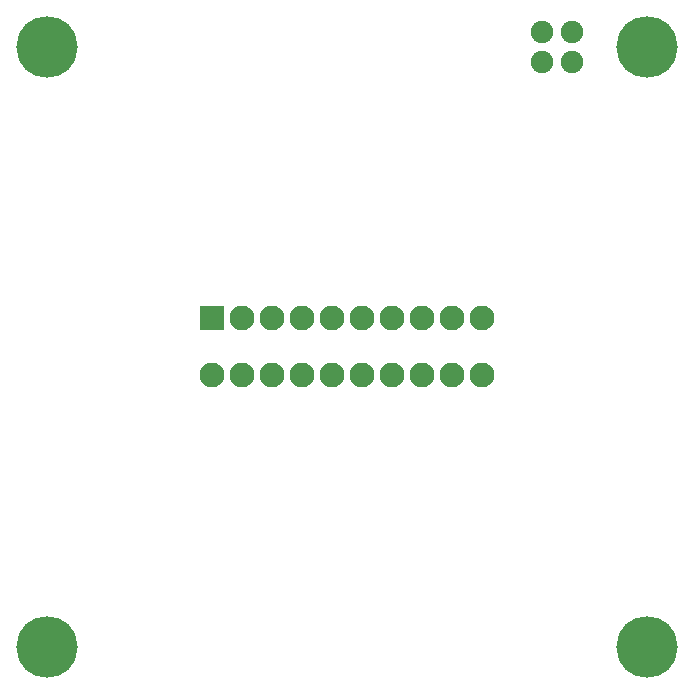
<source format=gbs>
G04 Layer: BottomSolderMaskLayer*
G04 EasyEDA v6.5.34, 2023-08-21 18:11:39*
G04 c46f0082a94245e39cc9accd834b7a4f,5a6b42c53f6a479593ecc07194224c93,10*
G04 Gerber Generator version 0.2*
G04 Scale: 100 percent, Rotated: No, Reflected: No *
G04 Dimensions in millimeters *
G04 leading zeros omitted , absolute positions ,4 integer and 5 decimal *
%FSLAX45Y45*%
%MOMM*%

%AMMACRO1*1,1,$1,$2,$3*1,1,$1,$4,$5*1,1,$1,0-$2,0-$3*1,1,$1,0-$4,0-$5*20,1,$1,$2,$3,$4,$5,0*20,1,$1,$4,$5,0-$2,0-$3,0*20,1,$1,0-$2,0-$3,0-$4,0-$5,0*20,1,$1,0-$4,0-$5,$2,$3,0*4,1,4,$2,$3,$4,$5,0-$2,0-$3,0-$4,0-$5,$2,$3,0*%
%ADD10C,2.1016*%
%ADD11MACRO1,0.1016X-1X1X1X1*%
%ADD12C,5.2032*%
%ADD13C,1.9016*%

%LPD*%
D10*
G01*
X4063992Y2678422D03*
G01*
X4063992Y3163562D03*
G01*
X3809992Y2678422D03*
G01*
X3809992Y3163562D03*
G01*
X3555992Y2678422D03*
G01*
X3555992Y3163562D03*
G01*
X3301992Y2678422D03*
G01*
X3301992Y3163562D03*
G01*
X3047992Y2678422D03*
G01*
X3047992Y3163562D03*
G01*
X2793992Y2678422D03*
G01*
X2793992Y3163562D03*
G01*
X2539992Y2678422D03*
G01*
X2539992Y3163562D03*
G01*
X2285992Y2678422D03*
G01*
X2285992Y3163562D03*
G01*
X2031992Y2678422D03*
G01*
X2031992Y3163562D03*
G01*
X1777992Y2678422D03*
D11*
G01*
X1777994Y3163564D03*
D12*
G01*
X380992Y5460992D03*
G01*
X380992Y380992D03*
G01*
X5460992Y380992D03*
G01*
X5460992Y5460992D03*
D13*
G01*
X4571992Y5587992D03*
G01*
X4571992Y5333992D03*
G01*
X4825992Y5333992D03*
G01*
X4825992Y5587992D03*
M02*

</source>
